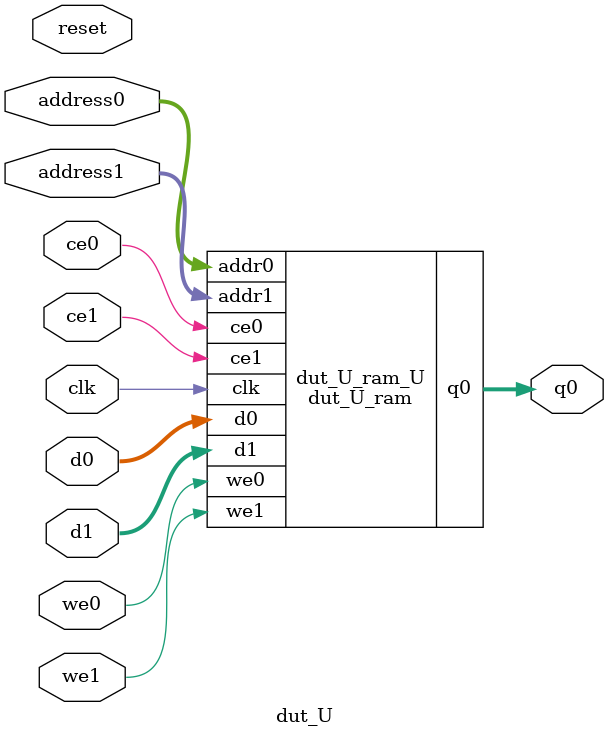
<source format=v>

`timescale 1 ns / 1 ps
module dut_U_ram (addr0, ce0, d0, we0, q0, addr1, ce1, d1, we1,  clk);

parameter DWIDTH = 32;
parameter AWIDTH = 20;
parameter MEM_SIZE = 614656;

input[AWIDTH-1:0] addr0;
input ce0;
input[DWIDTH-1:0] d0;
input we0;
output wire[DWIDTH-1:0] q0;
input[AWIDTH-1:0] addr1;
input ce1;
input[DWIDTH-1:0] d1;
input we1;
input clk;

(* ram_style = "block" *)reg [DWIDTH-1:0] ram[MEM_SIZE-1:0];
wire [AWIDTH-1:0] addr0_t0; 
(* EQUIVALENT_REGISTER_REMOVAL="NO" *)reg [AWIDTH-1:0] addr0_t1; 
wire [DWIDTH-1:0] d0_t0; 
wire we0_t0; 
(* EQUIVALENT_REGISTER_REMOVAL="NO" *)reg [DWIDTH-1:0] d0_t1; 
(* EQUIVALENT_REGISTER_REMOVAL="NO" *)reg we0_t1; 
reg [DWIDTH-1:0] q0_t0;
reg [DWIDTH-1:0] q0_t1;
wire [AWIDTH-1:0] addr1_t0; 
(* EQUIVALENT_REGISTER_REMOVAL="NO" *)reg [AWIDTH-1:0] addr1_t1; 
wire [DWIDTH-1:0] d1_t0; 
wire we1_t0; 
(* EQUIVALENT_REGISTER_REMOVAL="NO" *)reg [DWIDTH-1:0] d1_t1; 
(* EQUIVALENT_REGISTER_REMOVAL="NO" *)reg we1_t1; 


assign addr0_t0 = addr0;
assign d0_t0 = d0;
assign we0_t0 = we0;
assign q0 = q0_t1;
assign addr1_t0 = addr1;
assign d1_t0 = d1;
assign we1_t0 = we1;

always @(posedge clk)  
begin
    if (ce0) 
    begin
        addr0_t1 <= addr0_t0; 
        d0_t1 <= d0_t0;
        we0_t1 <= we0_t0;
        q0_t1 <= q0_t0;
    end
    if (ce1) 
    begin
        addr1_t1 <= addr1_t0; 
        d1_t1 <= d1_t0;
        we1_t1 <= we1_t0;
    end
end


always @(posedge clk)  
begin 
    if (ce0) 
    begin
        if (we0_t1) 
        begin 
            ram[addr0_t1] <= d0_t1; 
            q0_t0 <= d0_t1;
        end 
        else 
            q0_t0 <= ram[addr0_t1];
    end
end


always @(posedge clk)  
begin 
    if (ce1) 
    begin
        if (we1_t1) 
        begin 
            ram[addr1_t1] <= d1_t1; 
        end 
    end
end


endmodule


`timescale 1 ns / 1 ps
module dut_U(
    reset,
    clk,
    address0,
    ce0,
    we0,
    d0,
    q0,
    address1,
    ce1,
    we1,
    d1);

parameter DataWidth = 32'd32;
parameter AddressRange = 32'd614656;
parameter AddressWidth = 32'd20;
input reset;
input clk;
input[AddressWidth - 1:0] address0;
input ce0;
input we0;
input[DataWidth - 1:0] d0;
output[DataWidth - 1:0] q0;
input[AddressWidth - 1:0] address1;
input ce1;
input we1;
input[DataWidth - 1:0] d1;



dut_U_ram dut_U_ram_U(
    .clk( clk ),
    .addr0( address0 ),
    .ce0( ce0 ),
    .d0( d0 ),
    .we0( we0 ),
    .q0( q0 ),
    .addr1( address1 ),
    .ce1( ce1 ),
    .d1( d1 ),
    .we1( we1 ));

endmodule


</source>
